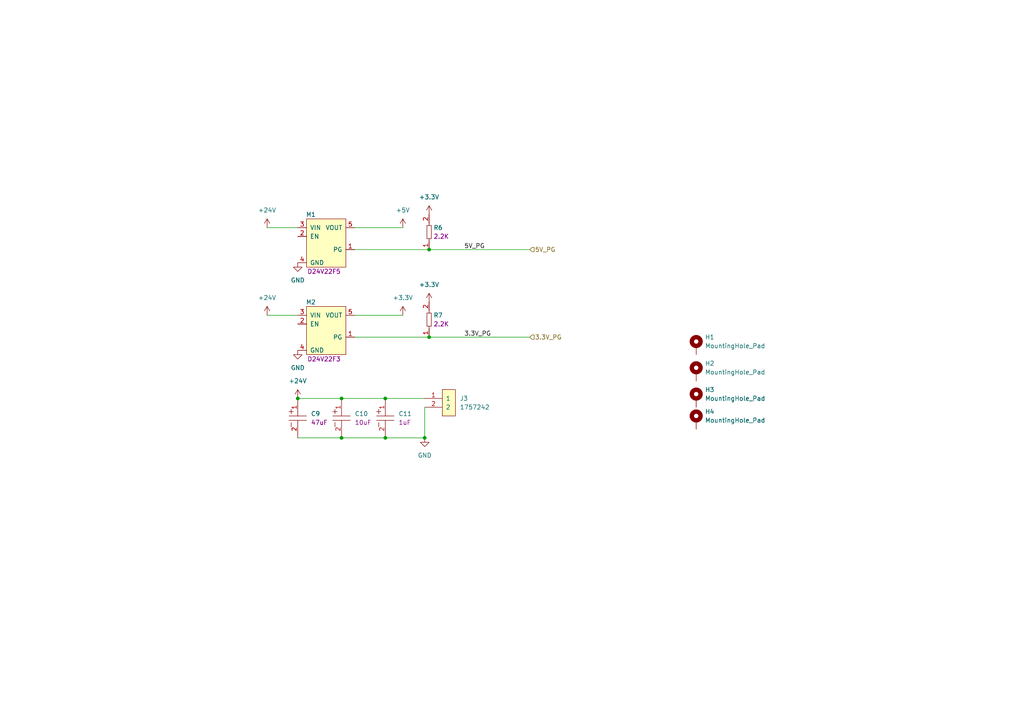
<source format=kicad_sch>
(kicad_sch (version 20231120) (generator "eeschema") (generator_version "8.0")
  (paper "A4")
  (lib_symbols
    (symbol "AVR-KiCAD-Lib-Capacitors:UUQ1H010MCL1GB" (pin_names (offset 1.016))
      (property "Reference" "C" (at -2.54 2.54 0))
      (property "_Value_" "1uF" (at 58.42 63.5 0))
      (symbol "UUQ1H010MCL1GB_0_1"
        (polyline (pts (xy -1.27 -1.27) (xy -1.27 -2.54)))
        (polyline (pts (xy -0.635 -1.905) (xy -1.905 -1.905)))
        (polyline (pts (xy 1.905 -1.905) (xy 3.175 -1.905)))
      )
      (symbol "UUQ1H010MCL1GB_1_1"
        (polyline (pts (xy 0 2.54) (xy 0 -2.54)))
        (polyline (pts (xy 1.27 2.54) (xy 1.27 -2.54)))
        (pin input line (at -5.08 0 0) (length 5.08) (name "~") (number "1"))
        (pin input line (at 6.35 0 180) (length 5.08) (name "~") (number "2"))
      )
    )
    (symbol "AVR-KiCAD-Lib-Capacitors:UUQ1H100MCL1GB" (pin_names (offset 1.016))
      (property "Reference" "C" (at -2.54 2.54 0))
      (property "_Value_" "10uF" (at 58.42 63.5 0))
      (symbol "UUQ1H100MCL1GB_0_1"
        (polyline (pts (xy -1.27 -1.27) (xy -1.27 -2.54)))
        (polyline (pts (xy -0.635 -1.905) (xy -1.905 -1.905)))
        (polyline (pts (xy 1.905 -1.905) (xy 3.175 -1.905)))
      )
      (symbol "UUQ1H100MCL1GB_1_1"
        (polyline (pts (xy 0 2.54) (xy 0 -2.54)))
        (polyline (pts (xy 1.27 2.54) (xy 1.27 -2.54)))
        (pin input line (at -5.08 0 0) (length 5.08) (name "~") (number "1"))
        (pin input line (at 6.35 0 180) (length 5.08) (name "~") (number "2"))
      )
    )
    (symbol "AVR-KiCAD-Lib-Capacitors:UUQ1H470MCL1GS" (pin_names (offset 1.016))
      (property "Reference" "C" (at -2.54 2.54 0))
      (property "_Value_" "47uF" (at 58.42 63.5 0))
      (symbol "UUQ1H470MCL1GS_0_1"
        (polyline (pts (xy -1.27 -1.27) (xy -1.27 -2.54)))
        (polyline (pts (xy -0.635 -1.905) (xy -1.905 -1.905)))
        (polyline (pts (xy 1.905 -1.905) (xy 3.175 -1.905)))
      )
      (symbol "UUQ1H470MCL1GS_1_1"
        (polyline (pts (xy 0 2.54) (xy 0 -2.54)))
        (polyline (pts (xy 1.27 2.54) (xy 1.27 -2.54)))
        (pin input line (at -5.08 0 0) (length 5.08) (name "~") (number "1"))
        (pin input line (at 6.35 0 180) (length 5.08) (name "~") (number "2"))
      )
    )
    (symbol "AVR-KiCAD-Lib-Connectors:1757242" (pin_names (offset 1.016))
      (property "Reference" "J" (at -1.27 -1.27 0))
      (property "Value" "1757242" (at 3.81 -11.43 0))
      (symbol "1757242_0_1"
        (rectangle (start 0 -2.54) (end 3.81 -10.16) (fill (type background)))
      )
      (symbol "1757242_1_1"
        (pin passive line (at -5.08 -5.08 0) (length 5.08) (name "1") (number "1"))
        (pin passive line (at -5.08 -7.62 0) (length 5.08) (name "2") (number "2"))
      )
    )
    (symbol "AVR-KiCAD-Lib-Modules:D24V22F3" (pin_names (offset 1.016))
      (property "Reference" "M" (at 0 15.24 0))
      (property "_Value_" "D24V22F3" (at 5.08 -1.27 0))
      (symbol "D24V22F3_1_1"
        (rectangle (start 0 13.97) (end 11.43 0) (fill (type background)))
        (pin input line (at 13.97 5.08 180) (length 2.54) (name "PG") (number "1"))
        (pin input line (at -2.54 8.89 0) (length 2.54) (name "EN") (number "2"))
        (pin input line (at -2.54 11.43 0) (length 2.54) (name "VIN") (number "3"))
        (pin passive line (at -2.54 1.27 0) (length 2.54) (name "GND") (number "4"))
        (pin output line (at 13.97 11.43 180) (length 2.54) (name "VOUT") (number "5"))
      )
    )
    (symbol "AVR-KiCAD-Lib-Modules:D24V22F5" (pin_names (offset 1.016))
      (property "Reference" "M" (at 0 15.24 0))
      (property "_Value_" "D24V22F5" (at 5.08 -1.27 0))
      (symbol "D24V22F5_1_1"
        (rectangle (start 0 13.97) (end 11.43 0) (fill (type background)))
        (pin input line (at 13.97 5.08 180) (length 2.54) (name "PG") (number "1"))
        (pin input line (at -2.54 8.89 0) (length 2.54) (name "EN") (number "2"))
        (pin input line (at -2.54 11.43 0) (length 2.54) (name "VIN") (number "3"))
        (pin passive line (at -2.54 1.27 0) (length 2.54) (name "GND") (number "4"))
        (pin output line (at 13.97 11.43 180) (length 2.54) (name "VOUT") (number "5"))
      )
    )
    (symbol "AVR-KiCAD-Lib-Resistors:RC0603FR-072K2L" (pin_names (offset 1.016))
      (property "Reference" "R" (at -2.54 2.54 0))
      (property "Value" "RC0603FR-072K2L" (at 1.27 5.08 0))
      (property "_Value_" "2.2K" (at 58.42 63.5 0))
      (symbol "RC0603FR-072K2L_0_1"
        (rectangle (start -1.905 0.635) (end 1.905 -0.635))
        (polyline (pts (xy -2.54 0) (xy -1.905 0)))
        (polyline (pts (xy -1.905 0) (xy -1.905 0)))
        (polyline (pts (xy 1.905 0) (xy 1.905 0)))
        (polyline (pts (xy 2.54 0) (xy 1.905 0)))
      )
      (symbol "RC0603FR-072K2L_1_1"
        (pin passive line (at -5.08 0 0) (length 2.5146) (name "~") (number "1"))
        (pin passive line (at 5.08 0 180) (length 2.5146) (name "~") (number "2"))
      )
    )
    (symbol "Mechanical:MountingHole_Pad" (pin_numbers hide) (pin_names (offset 1.016) hide)
      (property "Reference" "H" (at 0 6.35 0))
      (property "Value" "MountingHole_Pad" (at 0 4.445 0))
      (symbol "MountingHole_Pad_0_1"
        (circle (center 0 1.27) (radius 1.27) (stroke (width 1.27)))
      )
      (symbol "MountingHole_Pad_1_1"
        (pin input line (at 0 -2.54 90) (length 2.54) (name "1") (number "1"))
      )
    )
    (symbol "power:+24V" (power) (pin_names (offset 0))
      (property "Value" "+24V" (at 0 3.556 0))
      (symbol "+24V_0_1"
        (polyline (pts (xy -0.762 1.27) (xy 0 2.54)))
        (polyline (pts (xy 0 0) (xy 0 2.54)))
        (polyline (pts (xy 0 2.54) (xy 0.762 1.27)))
      )
      (symbol "+24V_1_1"
        (pin power_in line (at 0 0 90) (length 0) hide (name "+24V") (number "1"))
      )
    )
    (symbol "power:+3.3V" (power) (pin_names (offset 0))
      (property "Value" "+3.3V" (at 0 3.556 0))
      (symbol "+3.3V_0_1"
        (polyline (pts (xy -0.762 1.27) (xy 0 2.54)))
        (polyline (pts (xy 0 0) (xy 0 2.54)))
        (polyline (pts (xy 0 2.54) (xy 0.762 1.27)))
      )
      (symbol "+3.3V_1_1"
        (pin power_in line (at 0 0 90) (length 0) hide (name "+3.3V") (number "1"))
      )
    )
    (symbol "power:+5V" (power) (pin_names (offset 0))
      (property "Value" "+5V" (at 0 3.556 0))
      (symbol "+5V_0_1"
        (polyline (pts (xy -0.762 1.27) (xy 0 2.54)))
        (polyline (pts (xy 0 0) (xy 0 2.54)))
        (polyline (pts (xy 0 2.54) (xy 0.762 1.27)))
      )
      (symbol "+5V_1_1"
        (pin power_in line (at 0 0 90) (length 0) hide (name "+5V") (number "1"))
      )
    )
    (symbol "power:GND" (power) (pin_names (offset 0))
      (property "Value" "GND" (at 0 -3.81 0))
      (symbol "GND_0_1"
        (polyline (pts (xy 0 0) (xy 0 -1.27) (xy 1.27 -1.27) (xy 0 -2.54) (xy -1.27 -1.27) (xy 0 -1.27)))
      )
      (symbol "GND_1_1"
        (pin power_in line (at 0 0 270) (length 0) hide (name "GND") (number "1"))
      )
    )
  )
  (junction (at 111.76 115.57))
  (junction (at 111.76 127))
  (junction (at 124.46 72.39))
  (junction (at 124.46 97.79))
  (junction (at 99.06 127))
  (junction (at 123.19 127))
  (junction (at 99.06 115.57))
  (junction (at 86.36 115.57))
  (wire (pts (xy 86.36 127) (xy 99.06 127)))
  (wire (pts (xy 124.46 72.39) (xy 153.67 72.39)))
  (wire (pts (xy 77.47 66.04) (xy 86.36 66.04)))
  (wire (pts (xy 124.46 97.79) (xy 153.67 97.79)))
  (wire (pts (xy 111.76 115.57) (xy 123.19 115.57)))
  (wire (pts (xy 111.76 127) (xy 123.19 127)))
  (wire (pts (xy 99.06 115.57) (xy 111.76 115.57)))
  (wire (pts (xy 77.47 91.44) (xy 86.36 91.44)))
  (wire (pts (xy 123.19 127) (xy 123.19 118.11)))
  (wire (pts (xy 102.87 97.79) (xy 124.46 97.79)))
  (wire (pts (xy 86.36 115.57) (xy 99.06 115.57)))
  (wire (pts (xy 102.87 72.39) (xy 124.46 72.39)))
  (wire (pts (xy 102.87 91.44) (xy 116.84 91.44)))
  (wire (pts (xy 102.87 66.04) (xy 116.84 66.04)))
  (wire (pts (xy 99.06 127) (xy 111.76 127)))
  (label "5V_PG" (at 134.62 72.39 0))
  (label "3.3V_PG" (at 134.62 97.79 0))
  (hierarchical_label "5V_PG" (shape input) (at 153.67 72.39 0))
  (hierarchical_label "3.3V_PG" (shape input) (at 153.67 97.79 0))
  (symbol (lib_id "AVR-KiCAD-Lib-Resistors:RC0603FR-072K2L") (at 124.46 67.31 90) (unit 1)
    (property "Reference" "R6" (at 125.73 66.0399 90) (effects (justify right)))
    (property "Value" "RC0603FR-072K2L" (effects (hide yes)))
    (property "Footprint" "AVR-KiCAD-Lib-Resistors:R0603" (effects (hide yes)))
    (property "Datasheet" "https://www.yageo.com/upload/media/product/products/datasheet/rchip/PYu-RC_Group_51_RoHS_L_12.pdf" (effects (hide yes)))
    (property "Description" "2.2 kOhms ±1% 0.1W, 1/10W Chip Resistor 0603 (1608 Metric) Moisture Resistant Thick Film" (effects (hide yes)))
    (property "Cost QTY: 1" "0.10000" (effects (hide yes)))
    (property "Cost QTY: 1000" "0.00532" (effects (hide yes)))
    (property "Cost QTY: 2500" "*" (effects (hide yes)))
    (property "Cost QTY: 5000" "0.00382" (effects (hide yes)))
    (property "Cost QTY: 10000" "0.00335" (effects (hide yes)))
    (property "MFR" "YAGEO" (effects (hide yes)))
    (property "MFR#" "RC0603FR-072K2L" (effects (hide yes)))
    (property "Vendor" "Digikey" (effects (hide yes)))
    (property "Vendor #" "311-2.20KHRTR-ND" (effects (hide yes)))
    (property "Designer" "Adam Vadala-Roth" (effects (hide yes)))
    (property "Height" "0.55mm" (effects (hide yes)))
    (property "Date Created" "3/8/2024" (effects (hide yes)))
    (property "Date Modified" "3/8/2024" (effects (hide yes)))
    (property "Lead-Free ?" "Yes" (effects (hide yes)))
    (property "RoHS Levels" "1" (effects (hide yes)))
    (property "Mounting" "SMT" (effects (hide yes)))
    (property "Pin Count #" "2" (effects (hide yes)))
    (property "Status" "Active" (effects (hide yes)))
    (property "Tolerance" "1%" (effects (hide yes)))
    (property "Type" "Resistor " (effects (hide yes)))
    (property "Voltage" "N/A" (effects (hide yes)))
    (property "Package" "0603" (effects (hide yes)))
    (property "_Value_" "2.2K" (at 125.73 68.5799 90) (effects (justify right)))
    (property "Management_ID" "*" (effects (hide yes)))
  )
  (symbol (lib_id "power:+24V") (at 77.47 91.44 0) (unit 1)
    (property "Reference" "#PWR013" (effects (hide yes)))
    (property "Value" "+24V" (at 77.47 86.36 0))
  )
  (symbol (lib_id "Mechanical:MountingHole_Pad") (at 201.93 121.92 0) (unit 1)
    (property "Reference" "H4" (at 204.47 119.38 0) (effects (justify left)))
    (property "Value" "MountingHole_Pad" (at 204.47 121.92 0) (effects (justify left)))
    (property "Footprint" "AVR-KiCAD-Lib-Holes_Fasteners:RPI_HAT_HOLE" (effects (hide yes)))
  )
  (symbol (lib_id "Mechanical:MountingHole_Pad") (at 201.93 100.33 0) (unit 1)
    (property "Reference" "H1" (at 204.47 97.79 0) (effects (justify left)))
    (property "Value" "MountingHole_Pad" (at 204.47 100.33 0) (effects (justify left)))
    (property "Footprint" "AVR-KiCAD-Lib-Holes_Fasteners:RPI_HAT_HOLE" (effects (hide yes)))
  )
  (symbol (lib_id "power:+24V") (at 86.36 115.57 0) (unit 1)
    (property "Reference" "#PWR016" (effects (hide yes)))
    (property "Value" "+24V" (at 86.36 110.49 0))
  )
  (symbol (lib_id "power:+5V") (at 116.84 66.04 0) (unit 1)
    (property "Reference" "#PWR017" (effects (hide yes)))
    (property "Value" "+5V" (at 116.84 60.96 0))
  )
  (symbol (lib_id "power:+3.3V") (at 124.46 87.63 0) (unit 1)
    (property "Reference" "#PWR021" (effects (hide yes)))
    (property "Value" "+3.3V" (at 124.46 82.55 0))
  )
  (symbol (lib_id "power:+3.3V") (at 116.84 91.44 0) (unit 1)
    (property "Reference" "#PWR018" (effects (hide yes)))
    (property "Value" "+3.3V" (at 116.84 86.36 0))
  )
  (symbol (lib_id "power:GND") (at 86.36 101.6 0) (unit 1)
    (property "Reference" "#PWR015" (effects (hide yes)))
    (property "Value" "GND" (at 86.36 106.68 0))
  )
  (symbol (lib_id "AVR-KiCAD-Lib-Resistors:RC0603FR-072K2L") (at 124.46 92.71 90) (unit 1)
    (property "Reference" "R7" (at 125.73 91.4399 90) (effects (justify right)))
    (property "Value" "RC0603FR-072K2L" (effects (hide yes)))
    (property "Footprint" "AVR-KiCAD-Lib-Resistors:R0603" (effects (hide yes)))
    (property "Datasheet" "https://www.yageo.com/upload/media/product/products/datasheet/rchip/PYu-RC_Group_51_RoHS_L_12.pdf" (effects (hide yes)))
    (property "Description" "2.2 kOhms ±1% 0.1W, 1/10W Chip Resistor 0603 (1608 Metric) Moisture Resistant Thick Film" (effects (hide yes)))
    (property "Cost QTY: 1" "0.10000" (effects (hide yes)))
    (property "Cost QTY: 1000" "0.00532" (effects (hide yes)))
    (property "Cost QTY: 2500" "*" (effects (hide yes)))
    (property "Cost QTY: 5000" "0.00382" (effects (hide yes)))
    (property "Cost QTY: 10000" "0.00335" (effects (hide yes)))
    (property "MFR" "YAGEO" (effects (hide yes)))
    (property "MFR#" "RC0603FR-072K2L" (effects (hide yes)))
    (property "Vendor" "Digikey" (effects (hide yes)))
    (property "Vendor #" "311-2.20KHRTR-ND" (effects (hide yes)))
    (property "Designer" "Adam Vadala-Roth" (effects (hide yes)))
    (property "Height" "0.55mm" (effects (hide yes)))
    (property "Date Created" "3/8/2024" (effects (hide yes)))
    (property "Date Modified" "3/8/2024" (effects (hide yes)))
    (property "Lead-Free ?" "Yes" (effects (hide yes)))
    (property "RoHS Levels" "1" (effects (hide yes)))
    (property "Mounting" "SMT" (effects (hide yes)))
    (property "Pin Count #" "2" (effects (hide yes)))
    (property "Status" "Active" (effects (hide yes)))
    (property "Tolerance" "1%" (effects (hide yes)))
    (property "Type" "Resistor " (effects (hide yes)))
    (property "Voltage" "N/A" (effects (hide yes)))
    (property "Package" "0603" (effects (hide yes)))
    (property "_Value_" "2.2K" (at 125.73 93.9799 90) (effects (justify right)))
    (property "Management_ID" "*" (effects (hide yes)))
  )
  (symbol (lib_id "AVR-KiCAD-Lib-Modules:D24V22F5") (at 88.9 77.47 0) (unit 1)
    (property "Reference" "M1" (at 90.17 62.23 0))
    (property "Value" "D24V22F5" (effects (hide yes)))
    (property "Footprint" "AVR-KiCAD-Lib-Modules:D24V22F12" (effects (hide yes)))
    (property "Datasheet" "https://www.pololu.com/product/2858" (effects (hide yes)))
    (property "Description" "DCDC Regulator Module 24-36V IN 5VDC OUT" (effects (hide yes)))
    (property "Cost QTY: 1" "11.95 " (effects (hide yes)))
    (property "Cost QTY: 1000" "*" (effects (hide yes)))
    (property "Cost QTY: 2500" "*" (effects (hide yes)))
    (property "Cost QTY: 5000" "*" (effects (hide yes)))
    (property "Cost QTY: 10000" "*" (effects (hide yes)))
    (property "MFR" "Pololu Robotics & Electronics" (effects (hide yes)))
    (property "MFR#" "D24V22F5" (effects (hide yes)))
    (property "Vendor" "Pololu Robotics & Electronics" (effects (hide yes)))
    (property "Vendor #" "D24V22F5" (effects (hide yes)))
    (property "Designer" "Adam Vadala-Roth" (effects (hide yes)))
    (property "Height" "6mm" (effects (hide yes)))
    (property "Date Created" "9/26/2023" (effects (hide yes)))
    (property "Date Modified" "9/26/2023" (effects (hide yes)))
    (property "Lead-Free ?" "Yes" (effects (hide yes)))
    (property "RoHS Levels" "1" (effects (hide yes)))
    (property "Mounting" "ThroughHole" (effects (hide yes)))
    (property "Pin Count #" "5" (effects (hide yes)))
    (property "Status" "Active" (effects (hide yes)))
    (property "Tolerance" "N/A" (effects (hide yes)))
    (property "Type" "Module" (effects (hide yes)))
    (property "Voltage" "36V IN 5V OUT" (effects (hide yes)))
    (property "Package" "Proprietary" (effects (hide yes)))
    (property "_Value_" "D24V22F5" (at 93.98 78.74 0))
    (property "Management_ID" "*" (effects (hide yes)))
  )
  (symbol (lib_id "AVR-KiCAD-Lib-Capacitors:UUQ1H010MCL1GB") (at 111.76 120.65 270) (unit 1)
    (property "Reference" "C11" (at 115.57 120.015 90) (effects (justify left)))
    (property "Value" "UUQ1H010MCL1GB" (effects (hide yes)))
    (property "Footprint" "AVR-KiCAD-Lib-Capacitors:CAP_UUQ_4X5P4_NCH" (effects (hide yes)))
    (property "Datasheet" "https://www.nichicon.co.jp/english/products/pdfs/e-uuq.pdf" (effects (hide yes)))
    (property "Description" "1µF 50V Aluminum Electrolytic Capacitors Radial, Can - SMD 1000 Hrs @ 105°C" (effects (hide yes)))
    (property "Cost QTY: 1" "0.47000" (effects (hide yes)))
    (property "Cost QTY: 1000" "0.32600" (effects (hide yes)))
    (property "Cost QTY: 2500" "*" (effects (hide yes)))
    (property "Cost QTY: 5000" "*" (effects (hide yes)))
    (property "Cost QTY: 10000" "*" (effects (hide yes)))
    (property "MFR" "Nichicon" (effects (hide yes)))
    (property "MFR#" "UUQ1H010MCL1GB" (effects (hide yes)))
    (property "Vendor" "Digikey" (effects (hide yes)))
    (property "Vendor #" "493-3207-1-ND" (effects (hide yes)))
    (property "Designer" "AVR" (effects (hide yes)))
    (property "Height" "5.4mm" (effects (hide yes)))
    (property "Date Created" "12/16/2019" (effects (hide yes)))
    (property "Date Modified" "12/16/2019" (effects (hide yes)))
    (property "Lead-Free ?" "Yes" (effects (hide yes)))
    (property "RoHS Levels" "1" (effects (hide yes)))
    (property "Mounting" "SMT" (effects (hide yes)))
    (property "Pin Count #" "2" (effects (hide yes)))
    (property "Status" "Active" (effects (hide yes)))
    (property "Tolerance" "20%" (effects (hide yes)))
    (property "Type" "Alu  Cap Audio" (effects (hide yes)))
    (property "Voltage" "50V" (effects (hide yes)))
    (property "Package" "Radial SMD" (effects (hide yes)))
    (property "_Value_" "1uF" (at 115.57 122.555 90) (effects (justify left)))
    (property "Management_ID" "*" (effects (hide yes)))
  )
  (symbol (lib_id "AVR-KiCAD-Lib-Connectors:1757242") (at 128.27 110.49 0) (unit 1)
    (property "Reference" "J3" (at 133.35 115.57 0) (effects (justify left)))
    (property "Value" "1757242" (at 133.35 118.11 0) (effects (justify left)))
    (property "Footprint" "AVR-KiCAD-Lib-Connectors:PhoenixContact_MSTBA-G_02x5.08mm_Angled" (effects (hide yes)))
    (property "Datasheet" "https://media.digikey.com/pdf/Data%20Sheets/Phoenix%20Contact%20PDFs/1757242.pdf" (effects (hide yes)))
    (property "Description" "2 Position Terminal Block Header, Male Pins, Shrouded (4 Side) 0.200\" (5.08mm) 90°, Right Angle  Through Hole" (effects (hide yes)))
    (property "Cost QTY: 1" "0.64000" (effects (hide yes)))
    (property "Cost QTY: 1000" "0.45518" (effects (hide yes)))
    (property "Cost QTY: 2500" "0.43375" (effects (hide yes)))
    (property "Cost QTY: 5000" "0.40698" (effects (hide yes)))
    (property "Cost QTY: 10000" "*" (effects (hide yes)))
    (property "MFR" "Phoenix Contact" (effects (hide yes)))
    (property "MFR#" "1757242" (effects (hide yes)))
    (property "Vendor" "Digikey" (effects (hide yes)))
    (property "Vendor #" "277-1106-ND" (effects (hide yes)))
    (property "Designer" "AVR" (effects (hide yes)))
    (property "Height" "12mm" (effects (hide yes)))
    (property "Date Created" "6/20/2020" (effects (hide yes)))
    (property "Date Modified" "6/20/2020" (effects (hide yes)))
    (property "Lead-Free ?" "Yes" (effects (hide yes)))
    (property "RoHS Levels" "1" (effects (hide yes)))
    (property "Mounting" "ThroughHole" (effects (hide yes)))
    (property "Pin Count #" "2" (effects (hide yes)))
    (property "Status" "Active" (effects (hide yes)))
    (property "Tolerance" "*" (effects (hide yes)))
    (property "Type" "Connector" (effects (hide yes)))
    (property "Voltage" "300V" (effects (hide yes)))
    (property "Package" "*" (effects (hide yes)))
    (property "_Value_" "1757242" (effects (hide yes)))
    (property "Management_ID" "*" (effects (hide yes)))
  )
  (symbol (lib_id "power:+3.3V") (at 124.46 62.23 0) (unit 1)
    (property "Reference" "#PWR020" (effects (hide yes)))
    (property "Value" "+3.3V" (at 124.46 57.15 0))
  )
  (symbol (lib_id "Mechanical:MountingHole_Pad") (at 201.93 107.95 0) (unit 1)
    (property "Reference" "H2" (at 204.47 105.41 0) (effects (justify left)))
    (property "Value" "MountingHole_Pad" (at 204.47 107.95 0) (effects (justify left)))
    (property "Footprint" "AVR-KiCAD-Lib-Holes_Fasteners:RPI_HAT_HOLE" (effects (hide yes)))
  )
  (symbol (lib_id "power:+24V") (at 77.47 66.04 0) (unit 1)
    (property "Reference" "#PWR012" (effects (hide yes)))
    (property "Value" "+24V" (at 77.47 60.96 0))
  )
  (symbol (lib_id "AVR-KiCAD-Lib-Capacitors:UUQ1H100MCL1GB") (at 99.06 120.65 270) (unit 1)
    (property "Reference" "C10" (at 102.87 120.015 90) (effects (justify left)))
    (property "Value" "UUQ1H100MCL1GB" (effects (hide yes)))
    (property "Footprint" "AVR-KiCAD-Lib-Capacitors:CAP_UUQ_6P3X5P4_NCH" (effects (hide yes)))
    (property "Datasheet" "https://www.nichicon.co.jp/english/products/pdfs/e-uuq.pdf" (effects (hide yes)))
    (property "Description" "10µF 50V Aluminum Electrolytic Capacitors Radial, Can - SMD 1000 Hrs @ 105°C" (effects (hide yes)))
    (property "Cost QTY: 1" "0.72000" (effects (hide yes)))
    (property "Cost QTY: 1000" "0.24828" (effects (hide yes)))
    (property "Cost QTY: 2500" "*" (effects (hide yes)))
    (property "Cost QTY: 5000" "*" (effects (hide yes)))
    (property "Cost QTY: 10000" "*" (effects (hide yes)))
    (property "MFR" "Nichicon" (effects (hide yes)))
    (property "MFR#" "UUQ1H100MCL1GB" (effects (hide yes)))
    (property "Vendor" "Digikey" (effects (hide yes)))
    (property "Vendor #" "493-3208-1-ND" (effects (hide yes)))
    (property "Designer" "AVR" (effects (hide yes)))
    (property "Height" "5.4mm" (effects (hide yes)))
    (property "Date Created" "12/16/2019" (effects (hide yes)))
    (property "Date Modified" "12/16/2019" (effects (hide yes)))
    (property "Lead-Free ?" "Yes" (effects (hide yes)))
    (property "RoHS Levels" "1" (effects (hide yes)))
    (property "Mounting" "SMT" (effects (hide yes)))
    (property "Pin Count #" "2" (effects (hide yes)))
    (property "Status" "Active" (effects (hide yes)))
    (property "Tolerance" "20%" (effects (hide yes)))
    (property "Type" "Alu  Cap Audio" (effects (hide yes)))
    (property "Voltage" "50V" (effects (hide yes)))
    (property "Package" "Radial SMD" (effects (hide yes)))
    (property "_Value_" "10uF" (at 102.87 122.555 90) (effects (justify left)))
    (property "Management_ID" "*" (effects (hide yes)))
  )
  (symbol (lib_id "power:GND") (at 86.36 76.2 0) (unit 1)
    (property "Reference" "#PWR014" (effects (hide yes)))
    (property "Value" "GND" (at 86.36 81.28 0))
  )
  (symbol (lib_id "AVR-KiCAD-Lib-Modules:D24V22F3") (at 88.9 102.87 0) (unit 1)
    (property "Reference" "M2" (at 90.17 87.63 0))
    (property "Value" "D24V22F3" (effects (hide yes)))
    (property "Footprint" "AVR-KiCAD-Lib-Modules:D24V22F12" (effects (hide yes)))
    (property "Datasheet" "https://www.pololu.com/product/2857" (effects (hide yes)))
    (property "Description" "DCDC Regulator Module 24-36V IN 3.3VDC OUT" (effects (hide yes)))
    (property "Cost QTY: 1" "11.95 " (effects (hide yes)))
    (property "Cost QTY: 1000" "*" (effects (hide yes)))
    (property "Cost QTY: 2500" "*" (effects (hide yes)))
    (property "Cost QTY: 5000" "*" (effects (hide yes)))
    (property "Cost QTY: 10000" "*" (effects (hide yes)))
    (property "MFR" "Pololu Robotics & Electronics" (effects (hide yes)))
    (property "MFR#" "D24V22F3" (effects (hide yes)))
    (property "Vendor" "Pololu Robotics & Electronics" (effects (hide yes)))
    (property "Vendor #" "D24V22F5" (effects (hide yes)))
    (property "Designer" "Adam Vadala-Roth" (effects (hide yes)))
    (property "Height" "6mm" (effects (hide yes)))
    (property "Date Created" "9/26/2023" (effects (hide yes)))
    (property "Date Modified" "9/26/2023" (effects (hide yes)))
    (property "Lead-Free ?" "Yes" (effects (hide yes)))
    (property "RoHS Levels" "1" (effects (hide yes)))
    (property "Mounting" "ThroughHole" (effects (hide yes)))
    (property "Pin Count #" "5" (effects (hide yes)))
    (property "Status" "Active" (effects (hide yes)))
    (property "Tolerance" "N/A" (effects (hide yes)))
    (property "Type" "Module" (effects (hide yes)))
    (property "Voltage" "36V IN 3.3V OUT" (effects (hide yes)))
    (property "Package" "Proprietary" (effects (hide yes)))
    (property "_Value_" "D24V22F3" (at 93.98 104.14 0))
    (property "Management_ID" "*" (effects (hide yes)))
  )
  (symbol (lib_id "AVR-KiCAD-Lib-Capacitors:UUQ1H470MCL1GS") (at 86.36 120.65 270) (unit 1)
    (property "Reference" "C9" (at 90.17 120.015 90) (effects (justify left)))
    (property "Value" "UUQ1H470MCL1GS" (effects (hide yes)))
    (property "Footprint" "AVR-KiCAD-Lib-Capacitors:CP_Elec_8x10" (effects (hide yes)))
    (property "Datasheet" "https://www.nichicon.co.jp/english/products/pdfs/e-uuq.pdf" (effects (hide yes)))
    (property "Description" "47µF 50V Aluminum Electrolytic Capacitors Radial, Can - SMD 1000 Hrs @ 105°C" (effects (hide yes)))
    (property "Cost QTY: 1" "1.06000" (effects (hide yes)))
    (property "Cost QTY: 1000" "*" (effects (hide yes)))
    (property "Cost QTY: 2500" "*" (effects (hide yes)))
    (property "Cost QTY: 5000" "*" (effects (hide yes)))
    (property "Cost QTY: 10000" "*" (effects (hide yes)))
    (property "MFR" "Nichicon" (effects (hide yes)))
    (property "MFR#" "UUQ1H470MCL1GS" (effects (hide yes)))
    (property "Vendor" "Digikey" (effects (hide yes)))
    (property "Vendor #" "493-3212-1-ND" (effects (hide yes)))
    (property "Designer" "AVR" (effects (hide yes)))
    (property "Height" "6.2mm" (effects (hide yes)))
    (property "Date Created" "12/16/2019" (effects (hide yes)))
    (property "Date Modified" "12/16/2019" (effects (hide yes)))
    (property "Lead-Free ?" "Yes" (effects (hide yes)))
    (property "RoHS Levels" "1" (effects (hide yes)))
    (property "Mounting" "SMT" (effects (hide yes)))
    (property "Pin Count #" "2" (effects (hide yes)))
    (property "Status" "Active" (effects (hide yes)))
    (property "Tolerance" "20%" (effects (hide yes)))
    (property "Type" "Alu  Cap Audio" (effects (hide yes)))
    (property "Voltage" "50V" (effects (hide yes)))
    (property "Package" "Radial SMD" (effects (hide yes)))
    (property "_Value_" "47uF" (at 90.17 122.555 90) (effects (justify left)))
    (property "Management_ID" "*" (effects (hide yes)))
  )
  (symbol (lib_id "Mechanical:MountingHole_Pad") (at 201.93 115.57 0) (unit 1)
    (property "Reference" "H3" (at 204.47 113.03 0) (effects (justify left)))
    (property "Value" "MountingHole_Pad" (at 204.47 115.57 0) (effects (justify left)))
    (property "Footprint" "AVR-KiCAD-Lib-Holes_Fasteners:RPI_HAT_HOLE" (effects (hide yes)))
  )
  (symbol (lib_id "power:GND") (at 123.19 127 0) (unit 1)
    (property "Reference" "#PWR019" (effects (hide yes)))
    (property "Value" "GND" (at 123.19 132.08 0))
  )
)
</source>
